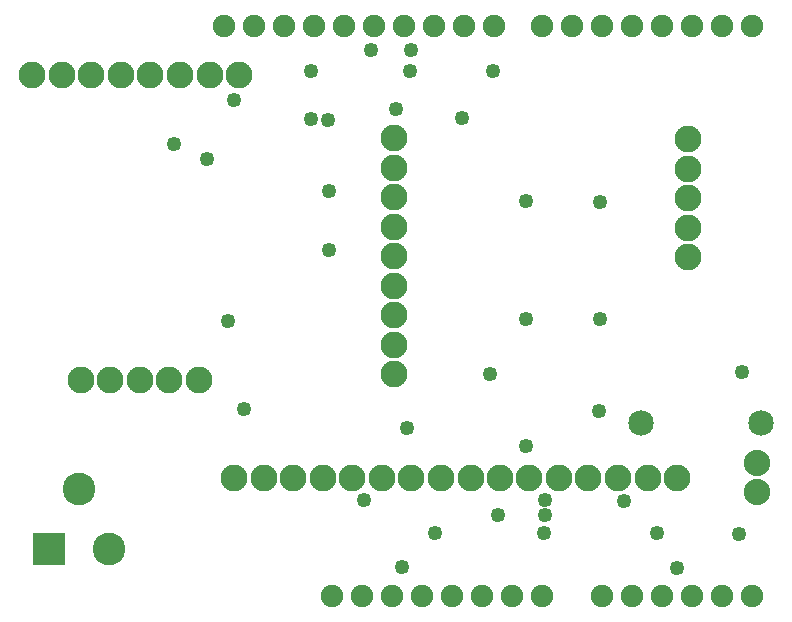
<source format=gts>
G04 MADE WITH FRITZING*
G04 WWW.FRITZING.ORG*
G04 DOUBLE SIDED*
G04 HOLES PLATED*
G04 CONTOUR ON CENTER OF CONTOUR VECTOR*
%ASAXBY*%
%FSLAX23Y23*%
%MOIN*%
%OFA0B0*%
%SFA1.0B1.0*%
%ADD10C,0.049370*%
%ADD11C,0.109000*%
%ADD12C,0.085000*%
%ADD13C,0.089370*%
%ADD14C,0.075278*%
%ADD15C,0.088000*%
%ADD16R,0.109000X0.109000*%
%LNMASK1*%
G90*
G70*
G54D10*
X808Y724D03*
X1208Y423D03*
X1811Y423D03*
X2075Y418D03*
X2251Y194D03*
X1627Y841D03*
X2467Y849D03*
X1748Y1026D03*
X1748Y1419D03*
X1445Y313D03*
X1807Y313D03*
X2185Y313D03*
X2459Y309D03*
X1090Y1451D03*
X1090Y1254D03*
X775Y1754D03*
X1232Y1923D03*
X1366Y1923D03*
X685Y1557D03*
X1089Y1688D03*
X1315Y1726D03*
X1362Y1852D03*
X1637Y1852D03*
X1996Y1415D03*
X1994Y1025D03*
X1031Y1852D03*
X1031Y1691D03*
X1350Y663D03*
X1535Y1695D03*
X756Y1018D03*
X574Y1608D03*
X1334Y199D03*
X1653Y372D03*
X1810Y372D03*
X1992Y718D03*
X1748Y600D03*
G54D11*
X357Y258D03*
X157Y258D03*
X257Y458D03*
G54D12*
X2530Y679D03*
X2130Y679D03*
G54D13*
X263Y821D03*
X362Y821D03*
X460Y821D03*
X559Y821D03*
X657Y821D03*
X2252Y494D03*
X2153Y494D03*
X2055Y494D03*
X1956Y494D03*
X1858Y494D03*
X1759Y494D03*
X1661Y494D03*
X1563Y494D03*
X1464Y494D03*
X1366Y494D03*
X1267Y494D03*
X1169Y494D03*
X1071Y494D03*
X972Y494D03*
X874Y494D03*
X775Y494D03*
X2287Y1230D03*
X2287Y1329D03*
X2287Y1427D03*
X2287Y1526D03*
X2287Y1624D03*
X1307Y1628D03*
X1307Y1529D03*
X1307Y1431D03*
X1307Y1333D03*
X1307Y1234D03*
X1307Y1136D03*
X1307Y1037D03*
X1307Y939D03*
X1307Y840D03*
X791Y1837D03*
X693Y1837D03*
X594Y1837D03*
X496Y1837D03*
X397Y1837D03*
X299Y1837D03*
X200Y1837D03*
X102Y1837D03*
G54D14*
X2100Y102D03*
X2200Y102D03*
X2300Y102D03*
X2400Y102D03*
X2500Y102D03*
X1640Y2002D03*
X1540Y2002D03*
X1440Y2002D03*
X1340Y2002D03*
X1240Y2002D03*
X1140Y2002D03*
X1040Y2002D03*
X940Y2002D03*
X840Y2002D03*
X740Y2002D03*
X2500Y2002D03*
X2400Y2002D03*
X2300Y2002D03*
X2200Y2002D03*
X2100Y2002D03*
X2000Y2002D03*
X1900Y2002D03*
X1800Y2002D03*
X1200Y102D03*
X1100Y102D03*
X1300Y102D03*
X1400Y102D03*
X1500Y102D03*
X1600Y102D03*
X1700Y102D03*
X1800Y102D03*
X2000Y102D03*
G54D15*
X2519Y545D03*
X2519Y447D03*
G54D16*
X157Y258D03*
G04 End of Mask1*
M02*
</source>
